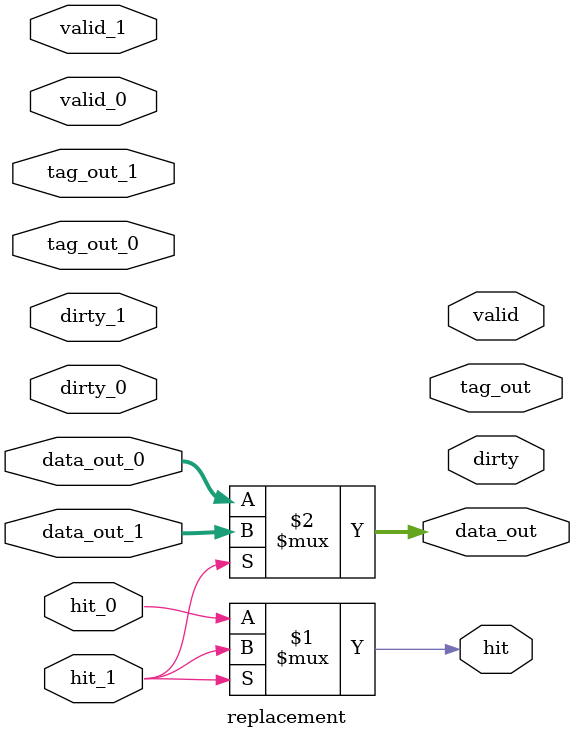
<source format=v>
/* $Author: karu $ */
/* $LastChangedDate: 2009-03-04 23:09:45 -0600 (Wed, 04 Mar 2009) $ */
/* $Rev: 45 $ */
// D-flipflop
`default_nettype none
module replacement (data_out, dirty, tag_out, valid, hit,
                    data_out_0, dirty_0, tag_out_0, valid_0, hit_0,
                    data_out_1, dirty_1, tag_out_1, valid_1, hit_1
                    );

    output  wire [15:0]  data_out;
    output  wire [4:0]   tag_out;
    output  wire         hit, valid, dirty;
    input   wire [15:0]  data_out_0;
    input   wire [4:0]   tag_out_0;
    input   wire         hit_0, valid_0, dirty_0;
    input   wire [15:0]  data_out_1;
    input   wire [4:0]   tag_out_1;
    input   wire         hit_1, valid_1, dirty_1;

    
    assign hit = (hit_1)? hit_1: hit_0;
    assign data_out = (hit_1)? data_out_1: data_out_0;

endmodule
`default_nettype wire
// DUMMY LINE FOR REV CONTROL :0:

</source>
